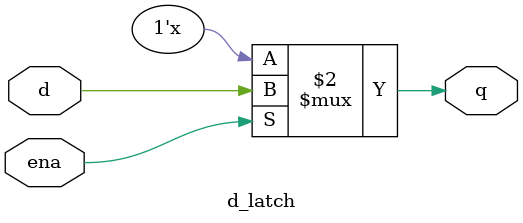
<source format=v>
module d_latch (
    input d, 
    input ena,
    output q);
    always @ (*)
        begin
            if(ena)
            	q <= d;
        end
endmodule
</source>
